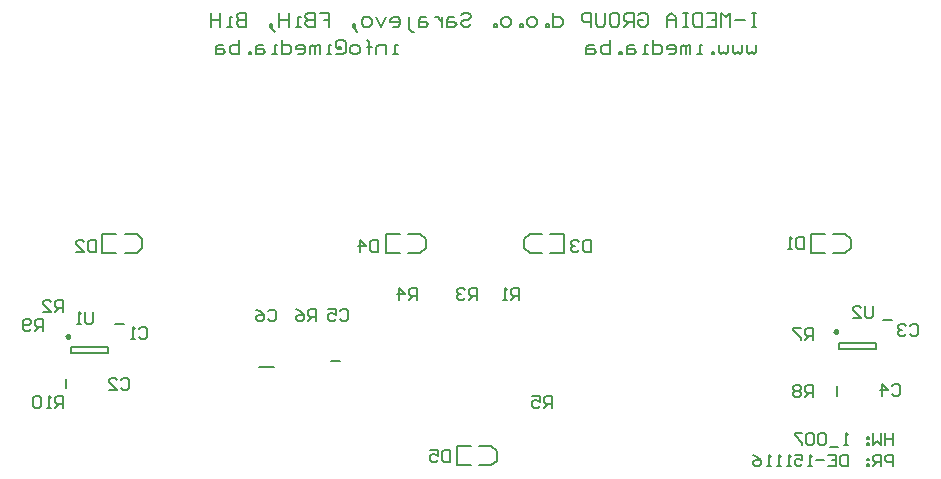
<source format=gbo>
%FSDAX24Y24*%
%MOIN*%
%SFA1B1*%

%IPPOS*%
%ADD23C,0.007900*%
%ADD24C,0.006100*%
%ADD34C,0.009800*%
%LNde-151116-1*%
%LPD*%
G54D23*
X023293Y026219D02*
X023607D01*
X021681Y024086D02*
Y024401D01*
X048893Y026369D02*
X049207D01*
X030493Y024979D02*
X030807D01*
X028094Y024796D02*
X028606D01*
X047247Y028606D02*
X047641D01*
Y029236D02*
X047837Y029078D01*
X047641Y028606D02*
X047837Y028763D01*
X047247Y029236D02*
X047641D01*
X047837Y028763D02*
Y029078D01*
X046499Y028606D02*
Y029236D01*
Y028606D02*
X046971D01*
X046499Y029236D02*
X046971D01*
X023625Y028606D02*
X024018D01*
Y029236D02*
X024215Y029078D01*
X024018Y028606D02*
X024215Y028763D01*
X023625Y029236D02*
X024018D01*
X024215Y028763D02*
Y029078D01*
X022877Y028606D02*
Y029236D01*
Y028606D02*
X023349D01*
X022877Y029236D02*
X023349D01*
X037129D02*
X037522D01*
X036932Y028763D02*
X037129Y028606D01*
X036932Y029078D02*
X037129Y029236D01*
Y028606D02*
X037522D01*
X036932Y028763D02*
Y029078D01*
X038270Y028606D02*
Y029236D01*
X037798D02*
X038270D01*
X037798Y028606D02*
X038270D01*
X033074D02*
X033467D01*
Y029236D02*
X033664Y029078D01*
X033467Y028606D02*
X033664Y028763D01*
X033074Y029236D02*
X033467D01*
X033664Y028763D02*
Y029078D01*
X032326Y028606D02*
Y029236D01*
Y028606D02*
X032798D01*
X032326Y029236D02*
X032798D01*
X035436Y021519D02*
X035830D01*
Y022149D02*
X036026Y021992D01*
X035830Y021519D02*
X036026Y021677D01*
X035436Y022149D02*
X035830D01*
X036026Y021677D02*
Y021992D01*
X034688Y021519D02*
Y022149D01*
Y021519D02*
X035160D01*
X034688Y022149D02*
X035160D01*
X021840Y025252D02*
X023060D01*
X021840Y025448D02*
X023060D01*
Y025252D02*
Y025448D01*
X021840Y025252D02*
Y025448D01*
X047440Y025402D02*
X048660D01*
X047440Y025598D02*
X048660D01*
Y025402D02*
Y025598D01*
X047440Y025402D02*
Y025598D01*
X047381Y023843D02*
Y024157D01*
X044681Y036608D02*
X044524D01*
X044603*
Y036136*
X044681*
X044524*
X044288Y036372D02*
X043973D01*
X043815Y036136D02*
Y036608D01*
X043658Y036450*
X043501Y036608*
Y036136*
X043028Y036608D02*
X043343D01*
Y036136*
X043028*
X043343Y036372D02*
X043186D01*
X042871Y036608D02*
Y036136D01*
X042635*
X042556Y036214*
Y036529*
X042635Y036608*
X042871*
X042399D02*
X042241D01*
X042320*
Y036136*
X042399*
X042241*
X042005D02*
Y036450D01*
X041848Y036608*
X041690Y036450*
Y036136*
Y036372*
X042005*
X040746Y036529D02*
X040824Y036608D01*
X040982*
X041060Y036529*
Y036214*
X040982Y036136*
X040824*
X040746Y036214*
Y036372*
X040903*
X040588Y036136D02*
Y036608D01*
X040352*
X040273Y036529*
Y036372*
X040352Y036293*
X040588*
X040431D02*
X040273Y036136D01*
X039880Y036608D02*
X040037D01*
X040116Y036529*
Y036214*
X040037Y036136*
X039880*
X039801Y036214*
Y036529*
X039880Y036608*
X039644D02*
Y036214D01*
X039565Y036136*
X039407*
X039329Y036214*
Y036608*
X039171Y036136D02*
Y036608D01*
X038935*
X038856Y036529*
Y036372*
X038935Y036293*
X039171*
X037912Y036608D02*
Y036136D01*
X038148*
X038227Y036214*
Y036372*
X038148Y036450*
X037912*
X037754Y036136D02*
Y036214D01*
X037676*
Y036136*
X037754*
X037282D02*
X037125D01*
X037046Y036214*
Y036372*
X037125Y036450*
X037282*
X037361Y036372*
Y036214*
X037282Y036136*
X036889D02*
Y036214D01*
X036810*
Y036136*
X036889*
X036416D02*
X036259D01*
X036180Y036214*
Y036372*
X036259Y036450*
X036416*
X036495Y036372*
Y036214*
X036416Y036136*
X036023D02*
Y036214D01*
X035944*
Y036136*
X036023*
X034842Y036529D02*
X034921Y036608D01*
X035078*
X035157Y036529*
Y036450*
X035078Y036372*
X034921*
X034842Y036293*
Y036214*
X034921Y036136*
X035078*
X035157Y036214*
X034606Y036450D02*
X034448D01*
X034370Y036372*
Y036136*
X034606*
X034684Y036214*
X034606Y036293*
X034370*
X034212Y036450D02*
Y036136D01*
Y036293*
X034133Y036372*
X034055Y036450*
X033976*
X033661D02*
X033504D01*
X033425Y036372*
Y036136*
X033661*
X033740Y036214*
X033661Y036293*
X033425*
X033268Y035978D02*
X033189D01*
X033110Y036057*
Y036450*
X032559Y036136D02*
X032717D01*
X032795Y036214*
Y036372*
X032717Y036450*
X032559*
X032480Y036372*
Y036293*
X032795*
X032323Y036450D02*
X032166Y036136D01*
X032008Y036450*
X031772Y036136D02*
X031615D01*
X031536Y036214*
Y036372*
X031615Y036450*
X031772*
X031851Y036372*
Y036214*
X031772Y036136*
X031300Y036057D02*
X031221Y036136D01*
Y036214*
X031300*
Y036136*
X031221*
X031300Y036057*
X031378Y035978*
X030119Y036608D02*
X030434D01*
Y036372*
X030276*
X030434*
Y036136*
X029962Y036608D02*
Y036136D01*
X029725*
X029647Y036214*
Y036293*
X029725Y036372*
X029962*
X029725*
X029647Y036450*
Y036529*
X029725Y036608*
X029962*
X029489Y036136D02*
X029332D01*
X029411*
Y036450*
X029489*
X029096Y036608D02*
Y036136D01*
Y036372*
X028781*
Y036608*
Y036136*
X028545Y036057D02*
X028466Y036136D01*
Y036214*
X028545*
Y036136*
X028466*
X028545Y036057*
X028623Y035978*
X027679Y036608D02*
Y036136D01*
X027443*
X027364Y036214*
Y036293*
X027443Y036372*
X027679*
X027443*
X027364Y036450*
Y036529*
X027443Y036608*
X027679*
X027207Y036136D02*
X027049D01*
X027128*
Y036450*
X027207*
X026813Y036608D02*
Y036136D01*
Y036372*
X026498*
Y036608*
Y036136*
X044681Y035537D02*
Y035301D01*
X044603Y035222*
X044524Y035301*
X044445Y035222*
X044366Y035301*
Y035537*
X044209D02*
Y035301D01*
X044130Y035222*
X044052Y035301*
X043973Y035222*
X043894Y035301*
Y035537*
X043737D02*
Y035301D01*
X043658Y035222*
X043579Y035301*
X043501Y035222*
X043422Y035301*
Y035537*
X043264Y035222D02*
Y035301D01*
X043186*
Y035222*
X043264*
X042871D02*
X042713D01*
X042792*
Y035537*
X042871*
X042477Y035222D02*
Y035537D01*
X042399*
X042320Y035459*
Y035222*
Y035459*
X042241Y035537*
X042162Y035459*
Y035222*
X041769D02*
X041926D01*
X042005Y035301*
Y035459*
X041926Y035537*
X041769*
X041690Y035459*
Y035380*
X042005*
X041218Y035695D02*
Y035222D01*
X041454*
X041533Y035301*
Y035459*
X041454Y035537*
X041218*
X041060Y035222D02*
X040903D01*
X040982*
Y035537*
X041060*
X040588D02*
X040431D01*
X040352Y035459*
Y035222*
X040588*
X040667Y035301*
X040588Y035380*
X040352*
X040195Y035222D02*
Y035301D01*
X040116*
Y035222*
X040195*
X039801Y035695D02*
Y035222D01*
X039565*
X039486Y035301*
Y035380*
Y035459*
X039565Y035537*
X039801*
X039250D02*
X039093D01*
X039014Y035459*
Y035222*
X039250*
X039329Y035301*
X039250Y035380*
X039014*
X032717Y035222D02*
X032559D01*
X032638*
Y035537*
X032717*
X032323Y035222D02*
Y035537D01*
X032087*
X032008Y035459*
Y035222*
X031772D02*
Y035616D01*
Y035459*
X031851*
X031693*
X031772*
Y035616*
X031693Y035695*
X031378Y035222D02*
X031221D01*
X031142Y035301*
Y035459*
X031221Y035537*
X031378*
X031457Y035459*
Y035301*
X031378Y035222*
X030749Y035380D02*
Y035459D01*
X030827*
Y035380*
X030749*
X030670Y035459*
Y035616*
X030749Y035695*
X030906*
X030985Y035616*
Y035301*
X030906Y035222*
X030670*
X030513D02*
X030355D01*
X030434*
Y035537*
X030513*
X030119Y035222D02*
Y035537D01*
X030040*
X029962Y035459*
Y035222*
Y035459*
X029883Y035537*
X029804Y035459*
Y035222*
X029411D02*
X029568D01*
X029647Y035301*
Y035459*
X029568Y035537*
X029411*
X029332Y035459*
Y035380*
X029647*
X028860Y035695D02*
Y035222D01*
X029096*
X029174Y035301*
Y035459*
X029096Y035537*
X028860*
X028702Y035222D02*
X028545D01*
X028623*
Y035537*
X028702*
X028230D02*
X028072D01*
X027994Y035459*
Y035222*
X028230*
X028309Y035301*
X028230Y035380*
X027994*
X027836Y035222D02*
Y035301D01*
X027758*
Y035222*
X027836*
X027443Y035695D02*
Y035222D01*
X027207*
X027128Y035301*
Y035380*
Y035459*
X027207Y035537*
X027443*
X026892D02*
X026734D01*
X026656Y035459*
Y035222*
X026892*
X026970Y035301*
X026892Y035380*
X026656*
X049231Y022603D02*
Y022209D01*
Y022406*
X048969*
Y022603*
Y022209*
X048838Y022603D02*
Y022209D01*
X048706Y022340*
X048575Y022209*
Y022603*
X048444Y022472D02*
X048379D01*
Y022406*
X048444*
Y022472*
Y022275D02*
X048379D01*
Y022209*
X048444*
Y022275*
X047723Y022209D02*
X047591D01*
X047657*
Y022603*
X047723Y022537*
X047395Y022144D02*
X047132D01*
X047001Y022537D02*
X046935Y022603D01*
X046804*
X046739Y022537*
Y022275*
X046804Y022209*
X046935*
X047001Y022275*
Y022537*
X046607D02*
X046542Y022603D01*
X046411*
X046345Y022537*
Y022275*
X046411Y022209*
X046542*
X046607Y022275*
Y022537*
X046214Y022603D02*
X045951D01*
Y022537*
X046214Y022275*
Y022209*
X049231Y021482D02*
Y021876D01*
X049034*
X048969Y021810*
Y021679*
X049034Y021614*
X049231*
X048838Y021482D02*
Y021876D01*
X048641*
X048575Y021810*
Y021679*
X048641Y021614*
X048838*
X048706D02*
X048575Y021482D01*
X048444Y021745D02*
X048379D01*
Y021679*
X048444*
Y021745*
Y021548D02*
X048379D01*
Y021482*
X048444*
Y021548*
X047723Y021876D02*
Y021482D01*
X047526*
X047460Y021548*
Y021810*
X047526Y021876*
X047723*
X047067D02*
X047329D01*
Y021482*
X047067*
X047329Y021679D02*
X047198D01*
X046935D02*
X046673D01*
X046542Y021482D02*
X046411D01*
X046476*
Y021876*
X046542Y021810*
X045951Y021876D02*
X046214D01*
Y021679*
X046083Y021745*
X046017*
X045951Y021679*
Y021548*
X046017Y021482*
X046148*
X046214Y021548*
X045820Y021482D02*
X045689D01*
X045755*
Y021876*
X045820Y021810*
X045492Y021482D02*
X045361D01*
X045427*
Y021876*
X045492Y021810*
X045164Y021482D02*
X045033D01*
X045099*
Y021876*
X045164Y021810*
X044574Y021876D02*
X044705Y021810D01*
X044836Y021679*
Y021548*
X044771Y021482*
X044640*
X044574Y021548*
Y021614*
X044640Y021679*
X044836*
G54D24*
X024088Y026072D02*
X024153Y026137D01*
X024284*
X024350Y026072*
Y025809*
X024284Y025744*
X024153*
X024088Y025809*
X023956Y025744D02*
X023825D01*
X023891*
Y026137*
X023956Y026072*
X023488Y024372D02*
X023553Y024437D01*
X023684*
X023750Y024372*
Y024109*
X023684Y024044*
X023553*
X023488Y024109*
X023094Y024044D02*
X023356D01*
X023094Y024306*
Y024372*
X023160Y024437*
X023291*
X023356Y024372*
X049788Y026172D02*
X049853Y026237D01*
X049984*
X050050Y026172*
Y025909*
X049984Y025844*
X049853*
X049788Y025909*
X049656Y026172D02*
X049591Y026237D01*
X049460*
X049394Y026172*
Y026106*
X049460Y026040*
X049525*
X049460*
X049394Y025975*
Y025909*
X049460Y025844*
X049591*
X049656Y025909*
X049188Y024172D02*
X049253Y024237D01*
X049384*
X049450Y024172*
Y023909*
X049384Y023844*
X049253*
X049188Y023909*
X048860Y023844D02*
Y024237D01*
X049056Y024040*
X048794*
X030788Y026672D02*
X030853Y026737D01*
X030984*
X031050Y026672*
Y026409*
X030984Y026344*
X030853*
X030788Y026409*
X030394Y026737D02*
X030656D01*
Y026540*
X030525Y026606*
X030460*
X030394Y026540*
Y026409*
X030460Y026344*
X030591*
X030656Y026409*
X028388Y026646D02*
X028453Y026712D01*
X028584*
X028650Y026646*
Y026384*
X028584Y026318*
X028453*
X028388Y026384*
X027994Y026712D02*
X028125Y026646D01*
X028256Y026515*
Y026384*
X028191Y026318*
X028060*
X027994Y026384*
Y026449*
X028060Y026515*
X028256*
X046250Y029137D02*
Y028744D01*
X046053*
X045988Y028809*
Y029072*
X046053Y029137*
X046250*
X045856Y028744D02*
X045725D01*
X045791*
Y029137*
X045856Y029072*
X022650Y029037D02*
Y028644D01*
X022453*
X022388Y028709*
Y028972*
X022453Y029037*
X022650*
X021994Y028644D02*
X022256D01*
X021994Y028906*
Y028972*
X022060Y029037*
X022191*
X022256Y028972*
X039150Y029037D02*
Y028644D01*
X038953*
X038888Y028709*
Y028972*
X038953Y029037*
X039150*
X038756Y028972D02*
X038691Y029037D01*
X038560*
X038494Y028972*
Y028906*
X038560Y028840*
X038625*
X038560*
X038494Y028775*
Y028709*
X038560Y028644*
X038691*
X038756Y028709*
X032050Y029037D02*
Y028644D01*
X031853*
X031788Y028709*
Y028972*
X031853Y029037*
X032050*
X031460Y028644D02*
Y029037D01*
X031656Y028840*
X031394*
X034450Y022037D02*
Y021644D01*
X034253*
X034188Y021709*
Y021972*
X034253Y022037*
X034450*
X033794D02*
X034056D01*
Y021840*
X033925Y021906*
X033860*
X033794Y021840*
Y021709*
X033860Y021644*
X033991*
X034056Y021709*
X036750Y027044D02*
Y027437D01*
X036553*
X036488Y027372*
Y027240*
X036553Y027175*
X036750*
X036619D02*
X036488Y027044D01*
X036356D02*
X036225D01*
X036291*
Y027437*
X036356Y027372*
X021550Y026644D02*
Y027037D01*
X021353*
X021288Y026972*
Y026840*
X021353Y026775*
X021550*
X021419D02*
X021288Y026644D01*
X020894D02*
X021156D01*
X020894Y026906*
Y026972*
X020960Y027037*
X021091*
X021156Y026972*
X035350Y027044D02*
Y027437D01*
X035153*
X035088Y027372*
Y027240*
X035153Y027175*
X035350*
X035219D02*
X035088Y027044D01*
X034956Y027372D02*
X034891Y027437D01*
X034760*
X034694Y027372*
Y027306*
X034760Y027240*
X034825*
X034760*
X034694Y027175*
Y027109*
X034760Y027044*
X034891*
X034956Y027109*
X033350Y027044D02*
Y027437D01*
X033153*
X033088Y027372*
Y027240*
X033153Y027175*
X033350*
X033219D02*
X033088Y027044D01*
X032760D02*
Y027437D01*
X032956Y027240*
X032694*
X037850Y023444D02*
Y023837D01*
X037653*
X037588Y023772*
Y023640*
X037653Y023575*
X037850*
X037719D02*
X037588Y023444D01*
X037194Y023837D02*
X037456D01*
Y023640*
X037325Y023706*
X037260*
X037194Y023640*
Y023509*
X037260Y023444*
X037391*
X037456Y023509*
X030000Y026344D02*
Y026737D01*
X029803*
X029738Y026672*
Y026540*
X029803Y026475*
X030000*
X029869D02*
X029738Y026344D01*
X029344Y026737D02*
X029475Y026672D01*
X029606Y026540*
Y026409*
X029541Y026344*
X029410*
X029344Y026409*
Y026475*
X029410Y026540*
X029606*
X046550Y025700D02*
Y026094D01*
X046353*
X046288Y026028*
Y025897*
X046353Y025831*
X046550*
X046419D02*
X046288Y025700D01*
X046156Y026094D02*
X045894D01*
Y026028*
X046156Y025766*
Y025700*
X046550Y023800D02*
Y024194D01*
X046353*
X046288Y024128*
Y023997*
X046353Y023931*
X046550*
X046419D02*
X046288Y023800D01*
X046156Y024128D02*
X046091Y024194D01*
X045960*
X045894Y024128*
Y024062*
X045960Y023997*
X045894Y023931*
Y023866*
X045960Y023800*
X046091*
X046156Y023866*
Y023931*
X046091Y023997*
X046156Y024062*
Y024128*
X046091Y023997D02*
X045960D01*
X020900Y025994D02*
Y026387D01*
X020703*
X020638Y026322*
Y026190*
X020703Y026125*
X020900*
X020769D02*
X020638Y025994D01*
X020506Y026059D02*
X020441Y025994D01*
X020310*
X020244Y026059*
Y026322*
X020310Y026387*
X020441*
X020506Y026322*
Y026256*
X020441Y026190*
X020244*
X021550Y023444D02*
Y023837D01*
X021353*
X021288Y023772*
Y023640*
X021353Y023575*
X021550*
X021419D02*
X021288Y023444D01*
X021156D02*
X021025D01*
X021091*
Y023837*
X021156Y023772*
X020828D02*
X020763Y023837D01*
X020632*
X020566Y023772*
Y023509*
X020632Y023444*
X020763*
X020828Y023509*
Y023772*
X022550Y026637D02*
Y026309D01*
X022484Y026244*
X022353*
X022288Y026309*
Y026637*
X022156Y026244D02*
X022025D01*
X022091*
Y026637*
X022156Y026572*
X048550Y026837D02*
Y026509D01*
X048484Y026444*
X048353*
X048288Y026509*
Y026837*
X047894Y026444D02*
X048156D01*
X047894Y026706*
Y026772*
X047960Y026837*
X048091*
X048156Y026772*
G54D34*
X021781Y025822D02*
D01*
X021780Y025825*
X021780Y025828*
X021779Y025832*
X021779Y025835*
X021778Y025838*
X021776Y025841*
X021775Y025845*
X021773Y025847*
X021771Y025850*
X021769Y025853*
X021767Y025856*
X021764Y025858*
X021762Y025860*
X021759Y025862*
X021756Y025864*
X021753Y025866*
X021750Y025867*
X021747Y025868*
X021743Y025869*
X021740Y025870*
X021737Y025870*
X021733Y025870*
X021730*
X021726Y025870*
X021723Y025870*
X021720Y025869*
X021716Y025868*
X021713Y025867*
X021710Y025866*
X021707Y025864*
X021704Y025862*
X021701Y025860*
X021699Y025858*
X021696Y025856*
X021694Y025853*
X021692Y025850*
X021690Y025847*
X021688Y025845*
X021687Y025841*
X021685Y025838*
X021684Y025835*
X021684Y025832*
X021683Y025828*
X021683Y025825*
X021683Y025822*
X021683Y025818*
X021683Y025815*
X021684Y025811*
X021684Y025808*
X021685Y025805*
X021687Y025802*
X021688Y025798*
X021690Y025796*
X021692Y025793*
X021694Y025790*
X021696Y025787*
X021699Y025785*
X021701Y025783*
X021704Y025781*
X021707Y025779*
X021710Y025777*
X021713Y025776*
X021716Y025775*
X021720Y025774*
X021723Y025773*
X021726Y025773*
X021730Y025773*
X021733*
X021737Y025773*
X021740Y025773*
X021743Y025774*
X021747Y025775*
X021750Y025776*
X021753Y025777*
X021756Y025779*
X021759Y025781*
X021762Y025783*
X021764Y025785*
X021767Y025787*
X021769Y025790*
X021771Y025793*
X021773Y025796*
X021775Y025798*
X021776Y025802*
X021778Y025805*
X021779Y025808*
X021779Y025811*
X021780Y025815*
X021780Y025818*
X021781Y025822*
X047381Y025972D02*
D01*
X047380Y025975*
X047380Y025978*
X047379Y025982*
X047379Y025985*
X047378Y025988*
X047376Y025991*
X047375Y025995*
X047373Y025997*
X047371Y026000*
X047369Y026003*
X047367Y026006*
X047364Y026008*
X047362Y026010*
X047359Y026012*
X047356Y026014*
X047353Y026016*
X047350Y026017*
X047347Y026018*
X047343Y026019*
X047340Y026020*
X047337Y026020*
X047333Y026020*
X047330*
X047326Y026020*
X047323Y026020*
X047320Y026019*
X047316Y026018*
X047313Y026017*
X047310Y026016*
X047307Y026014*
X047304Y026012*
X047301Y026010*
X047299Y026008*
X047296Y026006*
X047294Y026003*
X047292Y026000*
X047290Y025997*
X047288Y025995*
X047287Y025991*
X047285Y025988*
X047284Y025985*
X047284Y025982*
X047283Y025978*
X047283Y025975*
X047283Y025972*
X047283Y025968*
X047283Y025965*
X047284Y025961*
X047284Y025958*
X047285Y025955*
X047287Y025952*
X047288Y025948*
X047290Y025946*
X047292Y025943*
X047294Y025940*
X047296Y025937*
X047299Y025935*
X047301Y025933*
X047304Y025931*
X047307Y025929*
X047310Y025927*
X047313Y025926*
X047316Y025925*
X047320Y025924*
X047323Y025923*
X047326Y025923*
X047330Y025923*
X047333*
X047337Y025923*
X047340Y025923*
X047343Y025924*
X047347Y025925*
X047350Y025926*
X047353Y025927*
X047356Y025929*
X047359Y025931*
X047362Y025933*
X047364Y025935*
X047367Y025937*
X047369Y025940*
X047371Y025943*
X047373Y025946*
X047375Y025948*
X047376Y025952*
X047378Y025955*
X047379Y025958*
X047379Y025961*
X047380Y025965*
X047380Y025968*
X047381Y025972*
M02*
</source>
